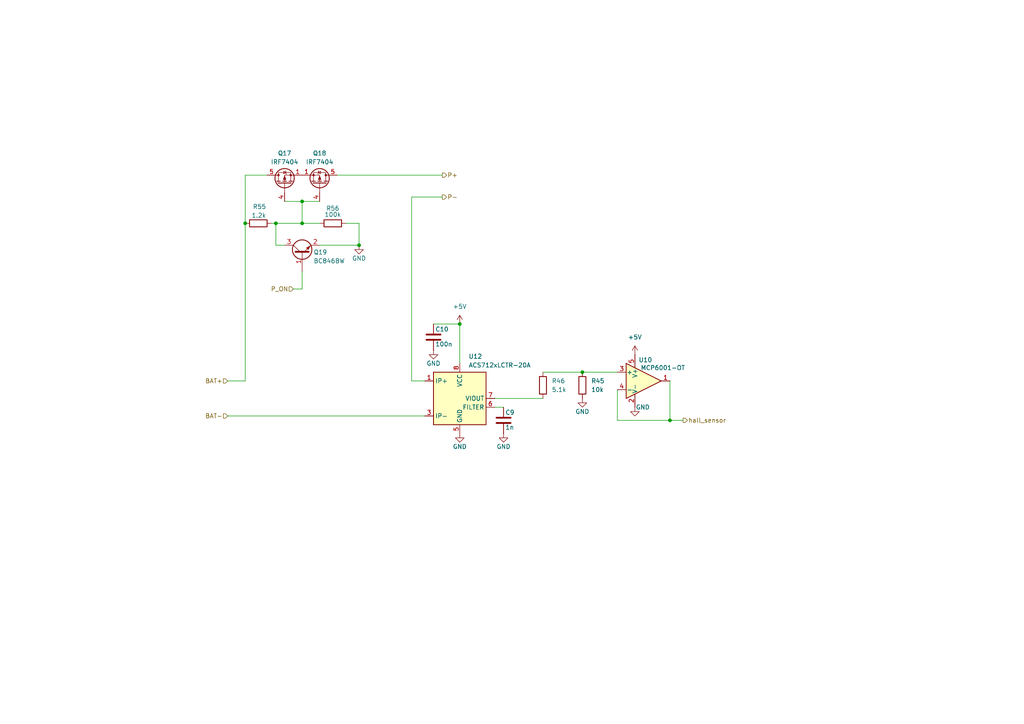
<source format=kicad_sch>
(kicad_sch (version 20231120) (generator "eeschema") (generator_version "8.0")
  (paper "A4")
  (lib_symbols
    (symbol "Amplifier_Operational:MCP6001-OT" (pin_names (offset 0.127))
      (property "Reference" "U" (at -1.27 6.35 0))
      (property "Value" "MCP6001-OT" (at -1.27 3.81 0))
      (symbol "MCP6001-OT_0_1"
        (polyline (pts (xy -5.08 5.08) (xy 5.08 0) (xy -5.08 -5.08) (xy -5.08 5.08)) (stroke (width 0.254)) (fill (type background)))
        (pin power_in line (at -2.54 -7.62 90) (length 3.81) (name "V-") (number "2"))
        (pin power_in line (at -2.54 7.62 270) (length 3.81) (name "V+") (number "5"))
      )
      (symbol "MCP6001-OT_1_1"
        (pin output line (at 7.62 0 180) (length 2.54) (name "~") (number "1"))
        (pin input line (at -7.62 2.54 0) (length 2.54) (name "+") (number "3"))
        (pin input line (at -7.62 -2.54 0) (length 2.54) (name "-") (number "4"))
      )
    )
    (symbol "Device:C" (pin_numbers hide) (pin_names (offset 0.254))
      (property "Reference" "C" (at 0.635 2.54 0))
      (property "Value" "C" (at 0.635 -2.54 0))
      (symbol "C_0_1"
        (polyline (pts (xy -2.032 -0.762) (xy 2.032 -0.762)) (stroke (width 0.508)))
        (polyline (pts (xy -2.032 0.762) (xy 2.032 0.762)) (stroke (width 0.508)))
      )
      (symbol "C_1_1"
        (pin passive line (at 0 3.81 270) (length 2.794) (name "~") (number "1"))
        (pin passive line (at 0 -3.81 90) (length 2.794) (name "~") (number "2"))
      )
    )
    (symbol "Device:R" (pin_numbers hide) (pin_names (offset 0))
      (property "Reference" "R" (at 2.032 0 90))
      (property "Value" "R" (at 0 0 90))
      (symbol "R_0_1"
        (rectangle (start -1.016 -2.54) (end 1.016 2.54) (stroke (width 0.254)))
      )
      (symbol "R_1_1"
        (pin passive line (at 0 3.81 270) (length 1.27) (name "~") (number "1"))
        (pin passive line (at 0 -3.81 90) (length 1.27) (name "~") (number "2"))
      )
    )
    (symbol "Sensor_Current:ACS712xLCTR-20A"
      (property "Reference" "U" (at 2.54 11.43 0))
      (property "Value" "ACS712xLCTR-20A" (at 2.54 8.89 0))
      (symbol "ACS712xLCTR-20A_0_1"
        (rectangle (start -7.62 7.62) (end 7.62 -7.62) (stroke (width 0.254)) (fill (type background)))
      )
      (symbol "ACS712xLCTR-20A_1_1"
        (pin passive line (at -10.16 5.08 0) (length 2.54) (name "IP+") (number "1"))
        (pin passive line (at -10.16 5.08 0) (length 2.54) hide (name "IP+") (number "2"))
        (pin passive line (at -10.16 -5.08 0) (length 2.54) (name "IP-") (number "3"))
        (pin passive line (at -10.16 -5.08 0) (length 2.54) hide (name "IP-") (number "4"))
        (pin power_in line (at 0 -10.16 90) (length 2.54) (name "GND") (number "5"))
        (pin passive line (at 10.16 -2.54 180) (length 2.54) (name "FILTER") (number "6"))
        (pin output line (at 10.16 0 180) (length 2.54) (name "VIOUT") (number "7"))
        (pin power_in line (at 0 10.16 270) (length 2.54) (name "VCC") (number "8"))
      )
    )
    (symbol "Transistor_BJT:BC846" (pin_names (offset 0) hide)
      (property "Reference" "Q" (at 5.08 1.905 0))
      (property "Value" "BC846" (at 5.08 0 0))
      (symbol "BC846_0_1"
        (polyline (pts (xy 0.635 0.635) (xy 2.54 2.54)))
        (polyline (pts (xy 0.635 -0.635) (xy 2.54 -2.54) (xy 2.54 -2.54)))
        (polyline (pts (xy 0.635 1.905) (xy 0.635 -1.905) (xy 0.635 -1.905)) (stroke (width 0.508)))
        (polyline (pts (xy 1.27 -1.778) (xy 1.778 -1.27) (xy 2.286 -2.286) (xy 1.27 -1.778) (xy 1.27 -1.778)) (fill (type outline)))
        (circle (center 1.27 0) (radius 2.8194) (stroke (width 0.254)))
      )
      (symbol "BC846_1_1"
        (pin input line (at -5.08 0 0) (length 5.715) (name "B") (number "1"))
        (pin passive line (at 2.54 -5.08 90) (length 2.54) (name "E") (number "2"))
        (pin passive line (at 2.54 5.08 270) (length 2.54) (name "C") (number "3"))
      )
    )
    (symbol "Transistor_FET:IRF7404" (pin_names hide)
      (property "Reference" "Q" (at 5.08 1.905 0))
      (property "Value" "IRF7404" (at 5.08 0 0))
      (symbol "IRF7404_0_1"
        (polyline (pts (xy 0.254 0) (xy -2.54 0)))
        (polyline (pts (xy 0.254 1.905) (xy 0.254 -1.905)) (stroke (width 0.254)))
        (polyline (pts (xy 0.762 -1.27) (xy 0.762 -2.286)) (stroke (width 0.254)))
        (polyline (pts (xy 0.762 0.508) (xy 0.762 -0.508)) (stroke (width 0.254)))
        (polyline (pts (xy 0.762 2.286) (xy 0.762 1.27)) (stroke (width 0.254)))
        (polyline (pts (xy 2.54 2.54) (xy 2.54 1.778)))
        (polyline (pts (xy 2.54 -2.54) (xy 2.54 0) (xy 0.762 0)))
        (polyline (pts (xy 0.762 1.778) (xy 3.302 1.778) (xy 3.302 -1.778) (xy 0.762 -1.778)))
        (polyline (pts (xy 2.286 0) (xy 1.27 0.381) (xy 1.27 -0.381) (xy 2.286 0)) (fill (type outline)))
        (polyline (pts (xy 2.794 -0.508) (xy 2.921 -0.381) (xy 3.683 -0.381) (xy 3.81 -0.254)))
        (polyline (pts (xy 3.302 -0.381) (xy 2.921 0.254) (xy 3.683 0.254) (xy 3.302 -0.381)))
        (circle (center 1.651 0) (radius 2.794) (stroke (width 0.254)))
        (circle (center 2.54 -1.778) (radius 0.254) (fill (type outline)))
        (circle (center 2.54 1.778) (radius 0.254) (fill (type outline)))
      )
      (symbol "IRF7404_1_1"
        (pin passive line (at 2.54 -5.08 90) (length 2.54) (name "S") (number "1"))
        (pin passive line (at 2.54 -5.08 90) (length 2.54) hide (name "S") (number "2"))
        (pin passive line (at 2.54 -5.08 90) (length 2.54) hide (name "S") (number "3"))
        (pin passive line (at -5.08 0 0) (length 2.54) (name "G") (number "4"))
        (pin passive line (at 2.54 5.08 270) (length 2.54) (name "D") (number "5"))
        (pin passive line (at 2.54 5.08 270) (length 2.54) hide (name "D") (number "6"))
        (pin passive line (at 2.54 5.08 270) (length 2.54) hide (name "D") (number "7"))
        (pin passive line (at 2.54 5.08 270) (length 2.54) hide (name "D") (number "8"))
      )
    )
    (symbol "power:+5V" (power) (pin_numbers hide) (pin_names (offset 0) hide)
      (property "Value" "+5V" (at 0 3.556 0))
      (symbol "+5V_0_1"
        (polyline (pts (xy -0.762 1.27) (xy 0 2.54)))
        (polyline (pts (xy 0 0) (xy 0 2.54)))
        (polyline (pts (xy 0 2.54) (xy 0.762 1.27)))
      )
      (symbol "+5V_1_1"
        (pin power_in line (at 0 0 90) (length 0) (name "~") (number "1"))
      )
    )
    (symbol "power:GND" (power) (pin_numbers hide) (pin_names (offset 0) hide)
      (property "Value" "GND" (at 0 -3.81 0))
      (symbol "GND_0_1"
        (polyline (pts (xy 0 0) (xy 0 -1.27) (xy 1.27 -1.27) (xy 0 -2.54) (xy -1.27 -1.27) (xy 0 -1.27)))
      )
      (symbol "GND_1_1"
        (pin power_in line (at 0 0 270) (length 0) (name "~") (number "1"))
      )
    )
  )
  (junction (at 87.63 58.42))
  (junction (at 87.63 64.77))
  (junction (at 194.31 121.92))
  (junction (at 133.35 93.98))
  (junction (at 168.91 107.95))
  (junction (at 104.14 71.12))
  (junction (at 80.01 64.77))
  (junction (at 71.12 64.77))
  (wire (pts (xy 119.38 57.15) (xy 119.38 110.49)))
  (wire (pts (xy 66.04 120.65) (xy 123.19 120.65)))
  (wire (pts (xy 87.63 58.42) (xy 87.63 64.77)))
  (wire (pts (xy 179.07 121.92) (xy 179.07 113.03)))
  (wire (pts (xy 119.38 110.49) (xy 123.19 110.49)))
  (wire (pts (xy 133.35 93.98) (xy 133.35 105.41)))
  (wire (pts (xy 125.73 93.98) (xy 133.35 93.98)))
  (wire (pts (xy 77.47 50.8) (xy 71.12 50.8)))
  (wire (pts (xy 100.33 64.77) (xy 104.14 64.77)))
  (wire (pts (xy 168.91 107.95) (xy 179.07 107.95)))
  (wire (pts (xy 143.51 118.11) (xy 146.05 118.11)))
  (wire (pts (xy 179.07 121.92) (xy 194.31 121.92)))
  (wire (pts (xy 87.63 58.42) (xy 92.71 58.42)))
  (wire (pts (xy 194.31 121.92) (xy 198.12 121.92)))
  (wire (pts (xy 82.55 71.12) (xy 80.01 71.12)))
  (wire (pts (xy 71.12 64.77) (xy 71.12 110.49)))
  (wire (pts (xy 92.71 71.12) (xy 104.14 71.12)))
  (wire (pts (xy 80.01 64.77) (xy 87.63 64.77)))
  (wire (pts (xy 78.74 64.77) (xy 80.01 64.77)))
  (wire (pts (xy 104.14 64.77) (xy 104.14 71.12)))
  (wire (pts (xy 128.27 50.8) (xy 97.79 50.8)))
  (wire (pts (xy 157.48 107.95) (xy 168.91 107.95)))
  (wire (pts (xy 71.12 110.49) (xy 66.04 110.49)))
  (wire (pts (xy 87.63 83.82) (xy 85.09 83.82)))
  (wire (pts (xy 87.63 78.74) (xy 87.63 83.82)))
  (wire (pts (xy 194.31 121.92) (xy 194.31 110.49)))
  (wire (pts (xy 87.63 64.77) (xy 92.71 64.77)))
  (wire (pts (xy 71.12 50.8) (xy 71.12 64.77)))
  (wire (pts (xy 143.51 115.57) (xy 157.48 115.57)))
  (wire (pts (xy 82.55 58.42) (xy 87.63 58.42)))
  (wire (pts (xy 128.27 57.15) (xy 119.38 57.15)))
  (wire (pts (xy 80.01 71.12) (xy 80.01 64.77)))
  (hierarchical_label "P-" (shape output) (at 128.27 57.15 0))
  (hierarchical_label "P+" (shape output) (at 128.27 50.8 0))
  (hierarchical_label "BAT+" (shape input) (at 66.04 110.49 180))
  (hierarchical_label "BAT-" (shape input) (at 66.04 120.65 180))
  (hierarchical_label "P_ON" (shape input) (at 85.09 83.82 180))
  (hierarchical_label "hall_sensor" (shape output) (at 198.12 121.92 0))
  (symbol (lib_id "Amplifier_Operational:MCP6001-OT") (at 186.69 110.49 0) (unit 1)
    (property "Reference" "U10" (at 187.198 104.394 0))
    (property "Value" "MCP6001-OT" (at 192.278 106.68 0))
    (property "Footprint" "Package_TO_SOT_SMD:SOT-23-5" (effects (hide yes)))
    (property "Datasheet" "http://ww1.microchip.com/downloads/en/DeviceDoc/21733j.pdf" (effects (hide yes)))
    (property "Description" "1MHz, Low-Power Op Amp, SOT-23-5" (effects (hide yes)))
  )
  (symbol (lib_id "power:GND") (at 146.05 125.73 0) (unit 1)
    (property "Reference" "#PWR042" (effects (hide yes)))
    (property "Value" "GND" (at 146.05 129.54 0))
    (property "Description" "Power symbol creates a global label with name \"GND\" , ground" (effects (hide yes)))
  )
  (symbol (lib_id "Transistor_FET:IRF7404") (at 92.71 53.34 270) (mirror x) (unit 1)
    (property "Reference" "Q18" (at 92.71 44.45 90))
    (property "Value" "IRF7404" (at 92.71 46.99 90))
    (property "Footprint" "Package_SO:SOIC-8_3.9x4.9mm_P1.27mm" (effects (hide yes)))
    (property "Datasheet" "http://www.infineon.com/dgdl/irf7404.pdf?fileId=5546d462533600a4015355fa2b5b1b9e" (effects (hide yes)))
    (property "Description" "-6.7A Id, -20V Vds, P-Channel HEXFET Power MOSFET, SO-8" (effects (hide yes)))
  )
  (symbol (lib_id "power:+5V") (at 184.15 102.87 0) (unit 1)
    (property "Reference" "#PWR032" (effects (hide yes)))
    (property "Value" "+5V" (at 184.15 97.79 0))
    (property "Description" "Power symbol creates a global label with name \"+5V\"" (effects (hide yes)))
  )
  (symbol (lib_id "Device:R") (at 74.93 64.77 90) (unit 1)
    (property "Reference" "R55" (at 77.216 59.944 90) (effects (justify left)))
    (property "Value" "1.2k" (at 77.216 62.484 90) (effects (justify left)))
    (property "Footprint" "Resistor_SMD:R_0805_2012Metric_Pad1.20x1.40mm_HandSolder" (effects (hide yes)))
    (property "Description" "Resistor" (effects (hide yes)))
  )
  (symbol (lib_id "Device:C") (at 125.73 97.79 0) (unit 1)
    (property "Reference" "C10" (at 126.238 95.504 0) (effects (justify left)))
    (property "Value" "100n" (at 126.238 99.822 0) (effects (justify left)))
    (property "Footprint" "Capacitor_SMD:C_0805_2012Metric_Pad1.18x1.45mm_HandSolder" (effects (hide yes)))
    (property "Description" "Unpolarized capacitor" (effects (hide yes)))
  )
  (symbol (lib_id "Device:R") (at 157.48 111.76 180) (unit 1)
    (property "Reference" "R46" (at 160.02 110.4899 0) (effects (justify right)))
    (property "Value" "5.1k" (at 160.02 113.0299 0) (effects (justify right)))
    (property "Description" "Resistor" (effects (hide yes)))
  )
  (symbol (lib_id "Transistor_BJT:BC846") (at 87.63 73.66 90) (unit 1)
    (property "Reference" "Q19" (at 90.932 73.152 90) (effects (justify right)))
    (property "Value" "BC846BW" (at 90.932 75.692 90) (effects (justify right)))
    (property "Footprint" "Package_TO_SOT_SMD:SOT-323_SC-70" (effects (hide yes)))
    (property "Datasheet" "https://assets.nexperia.com/documents/data-sheet/BC846_SER.pdf" (effects (hide yes)))
    (property "Description" "0.1A Ic, 65V Vce, NPN Transistor, SOT-23" (effects (hide yes)))
  )
  (symbol (lib_id "Device:C") (at 146.05 121.92 0) (unit 1)
    (property "Reference" "C9" (at 146.558 119.634 0) (effects (justify left)))
    (property "Value" "1n" (at 146.558 123.952 0) (effects (justify left)))
    (property "Description" "Unpolarized capacitor" (effects (hide yes)))
  )
  (symbol (lib_id "Device:R") (at 168.91 111.76 180) (unit 1)
    (property "Reference" "R45" (at 171.45 110.4899 0) (effects (justify right)))
    (property "Value" "10k" (at 171.45 113.0299 0) (effects (justify right)))
    (property "Description" "Resistor" (effects (hide yes)))
  )
  (symbol (lib_id "power:GND") (at 168.91 115.57 0) (unit 1)
    (property "Reference" "#PWR031" (effects (hide yes)))
    (property "Value" "GND" (at 168.91 119.38 0))
    (property "Description" "Power symbol creates a global label with name \"GND\" , ground" (effects (hide yes)))
  )
  (symbol (lib_id "power:GND") (at 133.35 125.73 0) (unit 1)
    (property "Reference" "#PWR041" (effects (hide yes)))
    (property "Value" "GND" (at 133.35 129.54 0))
    (property "Description" "Power symbol creates a global label with name \"GND\" , ground" (effects (hide yes)))
  )
  (symbol (lib_id "power:GND") (at 184.15 118.11 0) (unit 1)
    (property "Reference" "#PWR033" (effects (hide yes)))
    (property "Value" "GND" (at 186.436 118.11 0))
    (property "Description" "Power symbol creates a global label with name \"GND\" , ground" (effects (hide yes)))
  )
  (symbol (lib_id "Sensor_Current:ACS712xLCTR-20A") (at 133.35 115.57 0) (unit 1)
    (property "Reference" "U12" (at 135.89 103.378 0) (effects (justify left)))
    (property "Value" "ACS712xLCTR-20A" (at 135.89 105.918 0) (effects (justify left)))
    (property "Footprint" "Package_SO:SOIC-8_3.9x4.9mm_P1.27mm" (effects (hide yes)))
    (property "Datasheet" "http://www.allegromicro.com/~/media/Files/Datasheets/ACS712-Datasheet.ashx?la=en" (effects (hide yes)))
    (property "Description" "±20A Bidirectional Hall-Effect Current Sensor, +5.0V supply, 100mV/A, SOIC-8" (effects (hide yes)))
  )
  (symbol (lib_id "power:GND") (at 104.14 71.12 0) (unit 1)
    (property "Reference" "#PWR024" (effects (hide yes)))
    (property "Value" "GND" (at 104.14 74.93 0))
    (property "Description" "Power symbol creates a global label with name \"GND\" , ground" (effects (hide yes)))
  )
  (symbol (lib_id "power:+5V") (at 133.35 93.98 0) (unit 1)
    (property "Reference" "#PWR040" (effects (hide yes)))
    (property "Value" "+5V" (at 133.35 88.9 0))
    (property "Description" "Power symbol creates a global label with name \"+5V\"" (effects (hide yes)))
  )
  (symbol (lib_id "power:GND") (at 125.73 101.6 0) (unit 1)
    (property "Reference" "#PWR043" (effects (hide yes)))
    (property "Value" "GND" (at 125.73 105.41 0))
    (property "Description" "Power symbol creates a global label with name \"GND\" , ground" (effects (hide yes)))
  )
  (symbol (lib_id "Transistor_FET:IRF7404") (at 82.55 53.34 90) (unit 1)
    (property "Reference" "Q17" (at 82.55 44.45 90))
    (property "Value" "IRF7404" (at 82.55 46.99 90))
    (property "Footprint" "Package_SO:SOIC-8_3.9x4.9mm_P1.27mm" (effects (hide yes)))
    (property "Datasheet" "http://www.infineon.com/dgdl/irf7404.pdf?fileId=5546d462533600a4015355fa2b5b1b9e" (effects (hide yes)))
    (property "Description" "-6.7A Id, -20V Vds, P-Channel HEXFET Power MOSFET, SO-8" (effects (hide yes)))
  )
  (symbol (lib_id "Device:R") (at 96.52 64.77 90) (unit 1)
    (property "Reference" "R56" (at 96.52 60.452 90))
    (property "Value" "100k" (at 96.52 62.23 90))
    (property "Footprint" "Resistor_SMD:R_0805_2012Metric_Pad1.20x1.40mm_HandSolder" (effects (hide yes)))
    (property "Description" "Resistor" (effects (hide yes)))
  )
)
</source>
